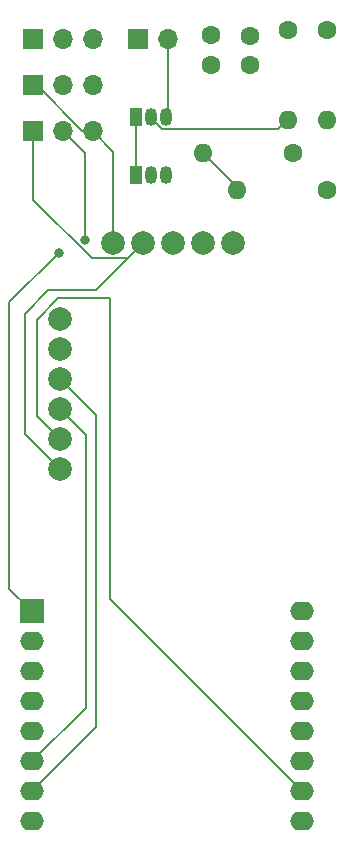
<source format=gbr>
%TF.GenerationSoftware,KiCad,Pcbnew,7.0.5-0*%
%TF.CreationDate,2023-07-06T10:59:35-04:00*%
%TF.ProjectId,Lemmingometre_v2,4c656d6d-696e-4676-9f6d-657472655f76,rev?*%
%TF.SameCoordinates,Original*%
%TF.FileFunction,Copper,L2,Bot*%
%TF.FilePolarity,Positive*%
%FSLAX46Y46*%
G04 Gerber Fmt 4.6, Leading zero omitted, Abs format (unit mm)*
G04 Created by KiCad (PCBNEW 7.0.5-0) date 2023-07-06 10:59:35*
%MOMM*%
%LPD*%
G01*
G04 APERTURE LIST*
%TA.AperFunction,ComponentPad*%
%ADD10R,2.000000X2.000000*%
%TD*%
%TA.AperFunction,ComponentPad*%
%ADD11O,2.000000X1.600000*%
%TD*%
%TA.AperFunction,ComponentPad*%
%ADD12C,1.600000*%
%TD*%
%TA.AperFunction,ComponentPad*%
%ADD13O,1.600000X1.600000*%
%TD*%
%TA.AperFunction,ComponentPad*%
%ADD14R,1.700000X1.700000*%
%TD*%
%TA.AperFunction,ComponentPad*%
%ADD15O,1.700000X1.700000*%
%TD*%
%TA.AperFunction,ComponentPad*%
%ADD16R,1.050000X1.500000*%
%TD*%
%TA.AperFunction,ComponentPad*%
%ADD17O,1.050000X1.500000*%
%TD*%
%TA.AperFunction,ComponentPad*%
%ADD18C,2.000000*%
%TD*%
%TA.AperFunction,ViaPad*%
%ADD19C,0.800000*%
%TD*%
%TA.AperFunction,Conductor*%
%ADD20C,0.200000*%
%TD*%
G04 APERTURE END LIST*
D10*
%TO.P,MCU1,1,~{RST}*%
%TO.N,Net-(MCU1-~{RST})*%
X147090000Y-94150000D03*
D11*
%TO.P,MCU1,2,A0*%
%TO.N,unconnected-(MCU1-A0-Pad2)*%
X147090000Y-96690000D03*
%TO.P,MCU1,3,D0*%
%TO.N,unconnected-(MCU1-D0-Pad3)*%
X147090000Y-99230000D03*
%TO.P,MCU1,4,SCK/D5*%
%TO.N,Net-(MCU1-SCK{slash}D5)*%
X147090000Y-101770000D03*
%TO.P,MCU1,5,MISO/D6*%
%TO.N,Net-(MCU1-MISO{slash}D6)*%
X147090000Y-104310000D03*
%TO.P,MCU1,6,MOSI/D7*%
%TO.N,Net-(MCU1-MOSI{slash}D7)*%
X147090000Y-106850000D03*
%TO.P,MCU1,7,CS/D8*%
%TO.N,Net-(MCU1-CS{slash}D8)*%
X147090000Y-109390000D03*
%TO.P,MCU1,8,3V3*%
%TO.N,Net-(H1-Pin_1)*%
X147090000Y-111930000D03*
%TO.P,MCU1,9,5V*%
%TO.N,unconnected-(MCU1-5V-Pad9)*%
X169950000Y-111930000D03*
%TO.P,MCU1,10,GND*%
%TO.N,Net-(H1-Pin_2)*%
X169950000Y-109390000D03*
%TO.P,MCU1,11,D4*%
%TO.N,Net-(H6-Pin_2)*%
X169950000Y-106850000D03*
%TO.P,MCU1,12,D3*%
%TO.N,unconnected-(MCU1-D3-Pad12)*%
X169950000Y-104310000D03*
%TO.P,MCU1,13,SDA/D2*%
%TO.N,Net-(MCU1-SDA{slash}D2)*%
X169950000Y-101770000D03*
%TO.P,MCU1,14,SCL/D1*%
%TO.N,Net-(MCU1-SCL{slash}D1)*%
X169950000Y-99230000D03*
%TO.P,MCU1,15,RX*%
%TO.N,unconnected-(MCU1-RX-Pad15)*%
X169950000Y-96690000D03*
%TO.P,MCU1,16,TX*%
%TO.N,unconnected-(MCU1-TX-Pad16)*%
X169950000Y-94150000D03*
%TD*%
D12*
%TO.P,R2,1*%
%TO.N,Net-(C2-Pad2)*%
X172075000Y-44955000D03*
D13*
%TO.P,R2,2*%
%TO.N,Net-(NPN1-B)*%
X172075000Y-52575000D03*
%TD*%
D14*
%TO.P,H6,1,Pin_1*%
%TO.N,Net-(H1-Pin_1)*%
X147175000Y-53500000D03*
D15*
%TO.P,H6,2,Pin_2*%
%TO.N,Net-(H6-Pin_2)*%
X149715000Y-53500000D03*
%TO.P,H6,3,Pin_3*%
%TO.N,Net-(H1-Pin_2)*%
X152255000Y-53500000D03*
%TD*%
D14*
%TO.P,H5,1,Pin_1*%
%TO.N,Net-(H1-Pin_2)*%
X147170000Y-45675000D03*
D15*
%TO.P,H5,2,Pin_2*%
%TO.N,Net-(H1-Pin_1)*%
X149710000Y-45675000D03*
%TO.P,H5,3,Pin_3*%
%TO.N,Net-(H5-Pin_3)*%
X152250000Y-45675000D03*
%TD*%
D14*
%TO.P,H1,1,Pin_1*%
%TO.N,Net-(H1-Pin_1)*%
X156060000Y-45690000D03*
D15*
%TO.P,H1,2,Pin_2*%
%TO.N,Net-(H1-Pin_2)*%
X158600000Y-45690000D03*
%TD*%
D12*
%TO.P,R4,1*%
%TO.N,Net-(NPN1-B)*%
X172060000Y-58475000D03*
D13*
%TO.P,R4,2*%
%TO.N,Net-(H1-Pin_2)*%
X164440000Y-58475000D03*
%TD*%
D12*
%TO.P,R1,1*%
%TO.N,Net-(C1-Pad2)*%
X168725000Y-44905000D03*
D13*
%TO.P,R1,2*%
%TO.N,Net-(NPN2-B)*%
X168725000Y-52525000D03*
%TD*%
D16*
%TO.P,NPN2,1,C*%
%TO.N,Net-(MCU1-~{RST})*%
X155880000Y-52260000D03*
D17*
%TO.P,NPN2,2,B*%
%TO.N,Net-(NPN2-B)*%
X157150000Y-52260000D03*
%TO.P,NPN2,3,E*%
%TO.N,Net-(H1-Pin_2)*%
X158420000Y-52260000D03*
%TD*%
D12*
%TO.P,C1,1*%
%TO.N,Net-(H5-Pin_3)*%
X162200000Y-45400000D03*
%TO.P,C1,2*%
%TO.N,Net-(C1-Pad2)*%
X162200000Y-47900000D03*
%TD*%
%TO.P,R3,1*%
%TO.N,Net-(NPN2-B)*%
X169185000Y-55375000D03*
D13*
%TO.P,R3,2*%
%TO.N,Net-(H1-Pin_2)*%
X161565000Y-55375000D03*
%TD*%
D18*
%TO.P,SD1,1,MISO*%
%TO.N,Net-(MCU1-MISO{slash}D6)*%
X149440000Y-69370000D03*
%TO.P,SD1,2,SCK*%
%TO.N,Net-(MCU1-SCK{slash}D5)*%
X149440000Y-71910000D03*
%TO.P,SD1,3,SS*%
%TO.N,Net-(MCU1-CS{slash}D8)*%
X149440000Y-74450000D03*
%TO.P,SD1,4,MOSI*%
%TO.N,Net-(MCU1-MOSI{slash}D7)*%
X149440000Y-76990000D03*
%TO.P,SD1,5,GND*%
%TO.N,Net-(H1-Pin_2)*%
X149440000Y-79530000D03*
%TO.P,SD1,6,+5V*%
%TO.N,Net-(H1-Pin_1)*%
X149440000Y-82070000D03*
%TD*%
D12*
%TO.P,C2,1*%
%TO.N,Net-(H4-Pin_3)*%
X165550000Y-45425000D03*
%TO.P,C2,2*%
%TO.N,Net-(C2-Pad2)*%
X165550000Y-47925000D03*
%TD*%
D16*
%TO.P,NPN1,1,C*%
%TO.N,Net-(MCU1-~{RST})*%
X155885000Y-57175000D03*
D17*
%TO.P,NPN1,2,B*%
%TO.N,Net-(NPN1-B)*%
X157155000Y-57175000D03*
%TO.P,NPN1,3,E*%
%TO.N,Net-(H1-Pin_2)*%
X158425000Y-57175000D03*
%TD*%
D14*
%TO.P,H4,1,Pin_1*%
%TO.N,Net-(H1-Pin_2)*%
X147175000Y-49625000D03*
D15*
%TO.P,H4,2,Pin_2*%
%TO.N,Net-(H1-Pin_1)*%
X149715000Y-49625000D03*
%TO.P,H4,3,Pin_3*%
%TO.N,Net-(H4-Pin_3)*%
X152255000Y-49625000D03*
%TD*%
D18*
%TO.P,RTC1,5,SQW*%
%TO.N,unconnected-(RTC1-SQW-Pad5)*%
X164140000Y-62940000D03*
%TO.P,RTC1,4,SCL*%
%TO.N,Net-(MCU1-SCL{slash}D1)*%
X161600000Y-62940000D03*
%TO.P,RTC1,3,SDA*%
%TO.N,Net-(MCU1-SDA{slash}D2)*%
X159060000Y-62940000D03*
%TO.P,RTC1,2,VCC*%
%TO.N,Net-(H1-Pin_1)*%
X156520000Y-62940000D03*
%TO.P,RTC1,1,GND*%
%TO.N,Net-(H1-Pin_2)*%
X153980000Y-62940000D03*
%TD*%
D19*
%TO.N,Net-(H6-Pin_2)*%
X151550000Y-62675000D03*
%TO.N,Net-(MCU1-~{RST})*%
X149400000Y-63775000D03*
%TD*%
D20*
%TO.N,Net-(H1-Pin_1)*%
X156520000Y-62940000D02*
X152500000Y-66960000D01*
X146500000Y-79130000D02*
X149440000Y-82070000D01*
X152500000Y-66960000D02*
X148480000Y-66960000D01*
X148480000Y-66960000D02*
X146500000Y-68940000D01*
X146500000Y-68940000D02*
X146500000Y-79130000D01*
%TO.N,Net-(MCU1-MOSI{slash}D7)*%
X147090000Y-106850000D02*
X151640000Y-102300000D01*
X151640000Y-102300000D02*
X151640000Y-79190000D01*
X151640000Y-79190000D02*
X149440000Y-76990000D01*
%TO.N,Net-(MCU1-CS{slash}D8)*%
X147090000Y-109390000D02*
X152530000Y-103950000D01*
X152530000Y-103950000D02*
X152530000Y-77540000D01*
X152530000Y-77540000D02*
X149440000Y-74450000D01*
%TO.N,Net-(H1-Pin_2)*%
X169950000Y-109390000D02*
X153690000Y-93130000D01*
X153690000Y-67650000D02*
X149321522Y-67650000D01*
X153690000Y-93130000D02*
X153690000Y-67650000D01*
X147510000Y-69461522D02*
X147510000Y-77600000D01*
X149321522Y-67650000D02*
X147510000Y-69461522D01*
X147510000Y-77600000D02*
X149440000Y-79530000D01*
%TO.N,Net-(MCU1-~{RST})*%
X149400000Y-63775000D02*
X145170000Y-68005000D01*
X145170000Y-68005000D02*
X145170000Y-92230000D01*
X145170000Y-92230000D02*
X147090000Y-94150000D01*
%TO.N,Net-(NPN2-B)*%
X158078274Y-53310000D02*
X167940000Y-53310000D01*
X167940000Y-53310000D02*
X168725000Y-52525000D01*
X157150000Y-52260000D02*
X157150000Y-52381726D01*
X157150000Y-52381726D02*
X158078274Y-53310000D01*
%TO.N,Net-(H1-Pin_2)*%
X153980000Y-62940000D02*
X153980000Y-55225000D01*
X158600000Y-45690000D02*
X158600000Y-52080000D01*
X164440000Y-58250000D02*
X164440000Y-58475000D01*
X158600000Y-52080000D02*
X158420000Y-52260000D01*
X153980000Y-55225000D02*
X152255000Y-53500000D01*
X147175000Y-49625000D02*
X147466346Y-49625000D01*
X151341346Y-53500000D02*
X152255000Y-53500000D01*
X147466346Y-49625000D02*
X151341346Y-53500000D01*
X161565000Y-55375000D02*
X164440000Y-58250000D01*
%TO.N,Net-(H1-Pin_1)*%
X152125050Y-64240000D02*
X147175000Y-59289950D01*
X155220000Y-64240000D02*
X152125050Y-64240000D01*
X147175000Y-59289950D02*
X147175000Y-53500000D01*
X156520000Y-62940000D02*
X155220000Y-64240000D01*
%TO.N,Net-(H6-Pin_2)*%
X151550000Y-55335000D02*
X151550000Y-62675000D01*
X149715000Y-53500000D02*
X151550000Y-55335000D01*
%TO.N,Net-(MCU1-~{RST})*%
X155880000Y-52260000D02*
X155880000Y-57170000D01*
X155880000Y-57170000D02*
X155885000Y-57175000D01*
%TD*%
M02*

</source>
